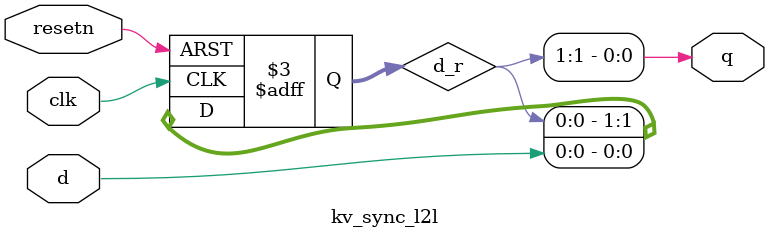
<source format=v>

module kv_sync_l2l ( 
    // VPERL: &PORTLIST;
    // VPERL_GENERATED_BEGIN
    	  resetn,   
    	  clk,      
    	  d,        
    	  q         
    // VPERL_GENERATED_END
);

parameter SYNC_STAGE = 2;
parameter RESET_VALUE = 1'b0;

input  resetn; 
input  clk;
input  d;
output q;

reg [SYNC_STAGE-1:0] d_r;

assign q = d_r[SYNC_STAGE-1];
always @(posedge clk or negedge resetn)begin
    if(!resetn)begin
        d_r <= {SYNC_STAGE{RESET_VALUE}};
    end
    else begin
        d_r <= {d_r[SYNC_STAGE-2:0], d};
    end
end

endmodule


</source>
